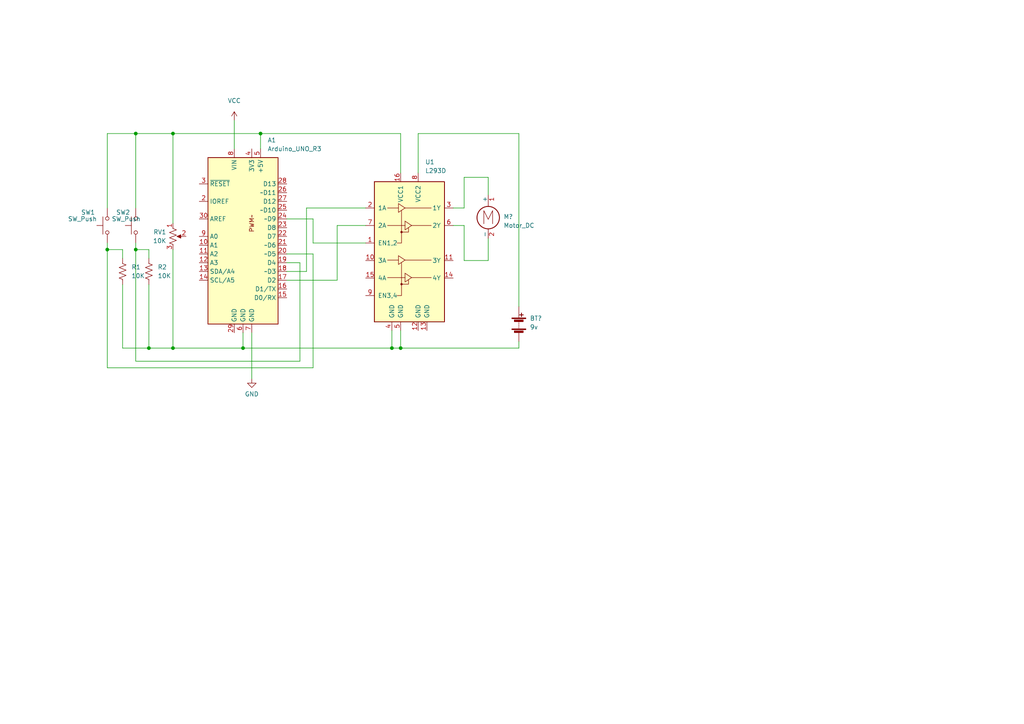
<source format=kicad_sch>
(kicad_sch (version 20211123) (generator eeschema)
  (paper "A4")
  (lib_symbols
    (symbol "Arduino:Arduino_UNO_R3"
      (property "Reference" "A" (at -10.16 23.495 0))
      (property "Value" "Arduino_UNO_R3" (at 5.08 -26.67 0))
      (symbol "Arduino_UNO_R3_0_0"
        (text "PWM~" (at 2.54 3.81 900) (effects (font (size 1.27 1.27))))
      )
      (symbol "Arduino_UNO_R3_0_1"
        (rectangle (start -10.16 22.86) (end 10.16 -25.4) (stroke (width 0.254)) (fill (type background)))
      )
      (symbol "Arduino_UNO_R3_1_1"
        (pin bidirectional line (at -12.7 -2.54 0) (length 2.54) (name "A1") (number "10"))
        (pin bidirectional line (at -12.7 -5.08 0) (length 2.54) (name "A2") (number "11"))
        (pin bidirectional line (at -12.7 -7.62 0) (length 2.54) (name "A3") (number "12"))
        (pin bidirectional line (at -12.7 -10.16 0) (length 2.54) (name "SDA/A4") (number "13"))
        (pin bidirectional line (at -12.7 -12.7 0) (length 2.54) (name "SCL/A5") (number "14"))
        (pin bidirectional line (at 12.7 -17.78 180) (length 2.54) (name "D0/RX") (number "15"))
        (pin bidirectional line (at 12.7 -15.24 180) (length 2.54) (name "D1/TX") (number "16"))
        (pin bidirectional line (at 12.7 -12.7 180) (length 2.54) (name "D2") (number "17"))
        (pin bidirectional line (at 12.7 -10.16 180) (length 2.54) (name "~D3") (number "18"))
        (pin bidirectional line (at 12.7 -7.62 180) (length 2.54) (name "D4") (number "19"))
        (pin output line (at -12.7 10.16 0) (length 2.54) (name "IOREF") (number "2"))
        (pin bidirectional line (at 12.7 -5.08 180) (length 2.54) (name "~D5") (number "20"))
        (pin bidirectional line (at 12.7 -2.54 180) (length 2.54) (name "~D6") (number "21"))
        (pin bidirectional line (at 12.7 0 180) (length 2.54) (name "D7") (number "22"))
        (pin bidirectional line (at 12.7 2.54 180) (length 2.54) (name "D8") (number "23"))
        (pin bidirectional line (at 12.7 5.08 180) (length 2.54) (name "~D9") (number "24"))
        (pin bidirectional line (at 12.7 7.62 180) (length 2.54) (name "~D10") (number "25"))
        (pin bidirectional line (at 12.7 12.7 180) (length 2.54) (name "~D11") (number "26"))
        (pin bidirectional line (at 12.7 10.16 180) (length 2.54) (name "D12") (number "27"))
        (pin bidirectional line (at 12.7 15.24 180) (length 2.54) (name "D13") (number "28"))
        (pin power_in line (at -2.54 -27.94 90) (length 2.54) (name "GND") (number "29"))
        (pin input line (at -12.7 15.24 0) (length 2.54) (name "~{RESET}") (number "3"))
        (pin input line (at -12.7 5.08 0) (length 2.54) (name "AREF") (number "30"))
        (pin power_out line (at 2.54 25.4 270) (length 2.54) (name "3V3") (number "4"))
        (pin power_out line (at 5.08 25.4 270) (length 2.54) (name "+5V") (number "5"))
        (pin power_in line (at 0 -27.94 90) (length 2.54) (name "GND") (number "6"))
        (pin power_in line (at 2.54 -27.94 90) (length 2.54) (name "GND") (number "7"))
        (pin power_in line (at -2.54 25.4 270) (length 2.54) (name "VIN") (number "8"))
        (pin bidirectional line (at -12.7 0 0) (length 2.54) (name "A0") (number "9"))
      )
    )
    (symbol "Device:Battery" (pin_numbers hide) (pin_names (offset 0) hide)
      (property "Reference" "BT" (at 2.54 2.54 0))
      (property "Value" "Battery" (at 2.54 0 0))
      (symbol "Battery_0_1"
        (rectangle (start -2.032 -1.397) (end 2.032 -1.651) (fill (type outline)))
        (rectangle (start -2.032 1.778) (end 2.032 1.524) (fill (type outline)))
        (rectangle (start -1.3208 -1.9812) (end 1.27 -2.4892) (fill (type outline)))
        (rectangle (start -1.3208 1.1938) (end 1.27 0.6858) (fill (type outline)))
        (polyline (pts (xy 0 -1.524) (xy 0 -1.27)))
        (polyline (pts (xy 0 -1.016) (xy 0 -0.762)))
        (polyline (pts (xy 0 -0.508) (xy 0 -0.254)))
        (polyline (pts (xy 0 0) (xy 0 0.254)))
        (polyline (pts (xy 0 0.508) (xy 0 0.762)))
        (polyline (pts (xy 0 1.778) (xy 0 2.54)))
        (polyline (pts (xy 0.254 2.667) (xy 1.27 2.667)) (stroke (width 0.254)))
        (polyline (pts (xy 0.762 3.175) (xy 0.762 2.159)) (stroke (width 0.254)))
      )
      (symbol "Battery_1_1"
        (pin passive line (at 0 5.08 270) (length 2.54) (name "+") (number "1"))
        (pin passive line (at 0 -5.08 90) (length 2.54) (name "-") (number "2"))
      )
    )
    (symbol "Device:R_Potentiometer_US" (pin_names (offset 1.016) hide)
      (property "Reference" "RV" (at -4.445 0 90))
      (property "Value" "R_Potentiometer_US" (at -2.54 0 90))
      (symbol "R_Potentiometer_US_0_1"
        (polyline (pts (xy 0 -2.286) (xy 0 -2.54)))
        (polyline (pts (xy 0 2.54) (xy 0 2.286)))
        (polyline (pts (xy 2.54 0) (xy 1.524 0)))
        (polyline (pts (xy 1.143 0) (xy 2.286 0.508) (xy 2.286 -0.508) (xy 1.143 0)) (fill (type outline)))
        (polyline (pts (xy 0 -0.762) (xy 1.016 -1.143) (xy 0 -1.524) (xy -1.016 -1.905) (xy 0 -2.286)))
        (polyline (pts (xy 0 0.762) (xy 1.016 0.381) (xy 0 0) (xy -1.016 -0.381) (xy 0 -0.762)))
        (polyline (pts (xy 0 2.286) (xy 1.016 1.905) (xy 0 1.524) (xy -1.016 1.143) (xy 0 0.762)))
      )
      (symbol "R_Potentiometer_US_1_1"
        (pin passive line (at 0 3.81 270) (length 1.27) (name "1") (number "1"))
        (pin passive line (at 3.81 0 180) (length 1.27) (name "2") (number "2"))
        (pin passive line (at 0 -3.81 90) (length 1.27) (name "3") (number "3"))
      )
    )
    (symbol "Device:R_US" (pin_numbers hide) (pin_names (offset 0))
      (property "Reference" "R" (at 2.54 0 90))
      (property "Value" "R_US" (at -2.54 0 90))
      (symbol "R_US_0_1"
        (polyline (pts (xy 0 -2.286) (xy 0 -2.54)))
        (polyline (pts (xy 0 2.286) (xy 0 2.54)))
        (polyline (pts (xy 0 -0.762) (xy 1.016 -1.143) (xy 0 -1.524) (xy -1.016 -1.905) (xy 0 -2.286)))
        (polyline (pts (xy 0 0.762) (xy 1.016 0.381) (xy 0 0) (xy -1.016 -0.381) (xy 0 -0.762)))
        (polyline (pts (xy 0 2.286) (xy 1.016 1.905) (xy 0 1.524) (xy -1.016 1.143) (xy 0 0.762)))
      )
      (symbol "R_US_1_1"
        (pin passive line (at 0 3.81 270) (length 1.27) (name "~") (number "1"))
        (pin passive line (at 0 -3.81 90) (length 1.27) (name "~") (number "2"))
      )
    )
    (symbol "Driver_Motor:L293D" (pin_names (offset 1.016))
      (property "Reference" "U" (at -5.08 26.035 0))
      (property "Value" "L293D" (at -5.08 24.13 0))
      (symbol "L293D_0_1"
        (rectangle (start -10.16 22.86) (end 10.16 -17.78) (stroke (width 0.254)) (fill (type background)))
        (circle (center -2.286 -6.858) (radius 0.254) (fill (type outline)))
        (circle (center -2.286 8.255) (radius 0.254) (fill (type outline)))
        (polyline (pts (xy -6.35 -4.953) (xy -1.27 -4.953)))
        (polyline (pts (xy -6.35 0.127) (xy -3.175 0.127)))
        (polyline (pts (xy -6.35 10.16) (xy -1.27 10.16)))
        (polyline (pts (xy -6.35 15.24) (xy -3.175 15.24)))
        (polyline (pts (xy -1.27 0.127) (xy 6.35 0.127)))
        (polyline (pts (xy -1.27 15.24) (xy 6.35 15.24)))
        (polyline (pts (xy 0.635 -4.953) (xy 6.35 -4.953)))
        (polyline (pts (xy 0.635 10.16) (xy 6.35 10.16)))
        (polyline (pts (xy -2.286 -6.858) (xy -0.254 -6.858) (xy -0.254 -5.588)))
        (polyline (pts (xy -2.286 -0.635) (xy -2.286 -10.16) (xy -3.556 -10.16)))
        (polyline (pts (xy -2.286 8.255) (xy -0.254 8.255) (xy -0.254 9.525)))
        (polyline (pts (xy -2.286 14.478) (xy -2.286 5.08) (xy -3.556 5.08)))
        (polyline (pts (xy -3.175 1.397) (xy -3.175 -1.143) (xy -1.27 0.127) (xy -3.175 1.397)))
        (polyline (pts (xy -3.175 16.51) (xy -3.175 13.97) (xy -1.27 15.24) (xy -3.175 16.51)))
        (polyline (pts (xy -1.27 -3.683) (xy -1.27 -6.223) (xy 0.635 -4.953) (xy -1.27 -3.683)))
        (polyline (pts (xy -1.27 11.43) (xy -1.27 8.89) (xy 0.635 10.16) (xy -1.27 11.43)))
      )
      (symbol "L293D_1_1"
        (pin input line (at -12.7 5.08 0) (length 2.54) (name "EN1,2") (number "1"))
        (pin input line (at -12.7 0 0) (length 2.54) (name "3A") (number "10"))
        (pin output line (at 12.7 0 180) (length 2.54) (name "3Y") (number "11"))
        (pin power_in line (at 2.54 -20.32 90) (length 2.54) (name "GND") (number "12"))
        (pin power_in line (at 5.08 -20.32 90) (length 2.54) (name "GND") (number "13"))
        (pin output line (at 12.7 -5.08 180) (length 2.54) (name "4Y") (number "14"))
        (pin input line (at -12.7 -5.08 0) (length 2.54) (name "4A") (number "15"))
        (pin power_in line (at -2.54 25.4 270) (length 2.54) (name "VCC1") (number "16"))
        (pin input line (at -12.7 15.24 0) (length 2.54) (name "1A") (number "2"))
        (pin output line (at 12.7 15.24 180) (length 2.54) (name "1Y") (number "3"))
        (pin power_in line (at -5.08 -20.32 90) (length 2.54) (name "GND") (number "4"))
        (pin power_in line (at -2.54 -20.32 90) (length 2.54) (name "GND") (number "5"))
        (pin output line (at 12.7 10.16 180) (length 2.54) (name "2Y") (number "6"))
        (pin input line (at -12.7 10.16 0) (length 2.54) (name "2A") (number "7"))
        (pin power_in line (at 2.54 25.4 270) (length 2.54) (name "VCC2") (number "8"))
        (pin input line (at -12.7 -10.16 0) (length 2.54) (name "EN3,4") (number "9"))
      )
    )
    (symbol "Motor:Motor_DC" (pin_names (offset 0))
      (property "Reference" "M" (at 2.54 2.54 0))
      (property "Value" "Motor_DC" (at 2.54 -5.08 0))
      (symbol "Motor_DC_0_0"
        (polyline (pts (xy -1.27 -3.302) (xy -1.27 0.508) (xy 0 -2.032) (xy 1.27 0.508) (xy 1.27 -3.302)))
      )
      (symbol "Motor_DC_0_1"
        (circle (center 0 -1.524) (radius 3.2512) (stroke (width 0.254)))
        (polyline (pts (xy 0 -7.62) (xy 0 -7.112)))
        (polyline (pts (xy 0 -4.7752) (xy 0 -5.1816)))
        (polyline (pts (xy 0 1.7272) (xy 0 2.0828)))
        (polyline (pts (xy 0 2.032) (xy 0 2.54)))
      )
      (symbol "Motor_DC_1_1"
        (pin passive line (at 0 5.08 270) (length 2.54) (name "+") (number "1"))
        (pin passive line (at 0 -7.62 90) (length 2.54) (name "-") (number "2"))
      )
    )
    (symbol "Switch:SW_Push" (pin_numbers hide) (pin_names (offset 1.016) hide)
      (property "Reference" "SW" (at 1.27 2.54 0))
      (property "Value" "SW_Push" (at 0 -1.524 0))
      (symbol "SW_Push_0_1"
        (circle (center -2.032 0) (radius 0.508))
        (polyline (pts (xy 0 1.27) (xy 0 3.048)))
        (polyline (pts (xy 2.54 1.27) (xy -2.54 1.27)))
        (circle (center 2.032 0) (radius 0.508))
        (pin passive line (at -5.08 0 0) (length 2.54) (name "1") (number "1"))
        (pin passive line (at 5.08 0 180) (length 2.54) (name "2") (number "2"))
      )
    )
    (symbol "power:GND" (power) (pin_names (offset 0))
      (property "Value" "GND" (at 0 -3.81 0))
      (symbol "GND_0_1"
        (polyline (pts (xy 0 0) (xy 0 -1.27) (xy 1.27 -1.27) (xy 0 -2.54) (xy -1.27 -1.27) (xy 0 -1.27)))
      )
      (symbol "GND_1_1"
        (pin power_in line (at 0 0 270) (length 0) hide (name "GND") (number "1"))
      )
    )
    (symbol "power:VCC" (power) (pin_names (offset 0))
      (property "Value" "VCC" (at 0 3.81 0))
      (symbol "VCC_0_1"
        (polyline (pts (xy -0.762 1.27) (xy 0 2.54)))
        (polyline (pts (xy 0 0) (xy 0 2.54)))
        (polyline (pts (xy 0 2.54) (xy 0.762 1.27)))
      )
      (symbol "VCC_1_1"
        (pin power_in line (at 0 0 90) (length 0) hide (name "VCC") (number "1"))
      )
    )
  )
  (junction (at 50.165 100.965))
  (junction (at 70.485 100.965))
  (junction (at 116.205 100.965))
  (junction (at 39.37 72.39))
  (junction (at 75.565 38.735))
  (junction (at 31.115 72.39))
  (junction (at 39.37 38.735))
  (junction (at 43.18 100.965))
  (junction (at 50.165 38.735))
  (junction (at 113.665 100.965))
  (wire (pts (xy 39.37 38.735) (xy 39.37 60.325)))
  (wire (pts (xy 73.025 96.52) (xy 73.025 109.855)))
  (wire (pts (xy 88.9 60.325) (xy 88.9 78.74)))
  (wire (pts (xy 116.205 38.735) (xy 116.205 50.165)))
  (wire (pts (xy 70.485 100.965) (xy 113.665 100.965)))
  (wire (pts (xy 86.995 76.2) (xy 86.995 104.775)))
  (wire (pts (xy 31.115 72.39) (xy 31.115 70.485)))
  (wire (pts (xy 31.115 38.735) (xy 39.37 38.735)))
  (wire (pts (xy 43.18 74.93) (xy 43.18 72.39)))
  (wire (pts (xy 50.165 38.735) (xy 75.565 38.735)))
  (wire (pts (xy 43.18 72.39) (xy 39.37 72.39)))
  (wire (pts (xy 113.665 95.885) (xy 113.665 100.965)))
  (wire (pts (xy 90.805 106.68) (xy 31.115 106.68)))
  (wire (pts (xy 50.165 72.39) (xy 50.165 100.965)))
  (wire (pts (xy 39.37 104.775) (xy 39.37 72.39)))
  (wire (pts (xy 131.445 60.325) (xy 134.62 60.325)))
  (wire (pts (xy 131.445 65.405) (xy 134.62 65.405)))
  (wire (pts (xy 39.37 72.39) (xy 39.37 70.485)))
  (wire (pts (xy 106.045 60.325) (xy 88.9 60.325)))
  (wire (pts (xy 141.605 75.565) (xy 141.605 69.215)))
  (wire (pts (xy 86.995 104.775) (xy 39.37 104.775)))
  (wire (pts (xy 106.045 70.485) (xy 90.805 70.485)))
  (wire (pts (xy 43.18 100.965) (xy 50.165 100.965)))
  (wire (pts (xy 50.165 100.965) (xy 70.485 100.965)))
  (wire (pts (xy 113.665 100.965) (xy 116.205 100.965)))
  (wire (pts (xy 116.205 95.885) (xy 116.205 100.965)))
  (wire (pts (xy 90.805 73.66) (xy 90.805 106.68)))
  (wire (pts (xy 90.805 70.485) (xy 90.805 63.5)))
  (wire (pts (xy 50.165 64.77) (xy 50.165 38.735)))
  (wire (pts (xy 141.605 51.435) (xy 141.605 56.515)))
  (wire (pts (xy 134.62 65.405) (xy 134.62 75.565)))
  (wire (pts (xy 150.495 100.965) (xy 150.495 99.06)))
  (wire (pts (xy 97.79 65.405) (xy 106.045 65.405)))
  (wire (pts (xy 150.495 38.735) (xy 150.495 88.9)))
  (wire (pts (xy 134.62 51.435) (xy 141.605 51.435)))
  (wire (pts (xy 121.285 38.735) (xy 150.495 38.735)))
  (wire (pts (xy 75.565 38.735) (xy 116.205 38.735)))
  (wire (pts (xy 35.56 74.93) (xy 35.56 72.39)))
  (wire (pts (xy 121.285 50.165) (xy 121.285 38.735)))
  (wire (pts (xy 67.945 34.925) (xy 67.945 43.18)))
  (wire (pts (xy 35.56 82.55) (xy 35.56 100.965)))
  (wire (pts (xy 83.185 76.2) (xy 86.995 76.2)))
  (wire (pts (xy 31.115 60.325) (xy 31.115 38.735)))
  (wire (pts (xy 88.9 78.74) (xy 83.185 78.74)))
  (wire (pts (xy 39.37 38.735) (xy 50.165 38.735)))
  (wire (pts (xy 70.485 100.965) (xy 70.485 96.52)))
  (wire (pts (xy 35.56 100.965) (xy 43.18 100.965)))
  (wire (pts (xy 31.115 72.39) (xy 35.56 72.39)))
  (wire (pts (xy 134.62 75.565) (xy 141.605 75.565)))
  (wire (pts (xy 83.185 81.28) (xy 97.79 81.28)))
  (wire (pts (xy 90.805 63.5) (xy 83.185 63.5)))
  (wire (pts (xy 83.185 73.66) (xy 90.805 73.66)))
  (wire (pts (xy 31.115 106.68) (xy 31.115 72.39)))
  (wire (pts (xy 75.565 38.735) (xy 75.565 43.18)))
  (wire (pts (xy 43.18 82.55) (xy 43.18 100.965)))
  (wire (pts (xy 116.205 100.965) (xy 150.495 100.965)))
  (wire (pts (xy 134.62 60.325) (xy 134.62 51.435)))
  (wire (pts (xy 97.79 81.28) (xy 97.79 65.405)))
  (symbol (lib_id "Switch:SW_Push") (at 31.115 65.405 90) (unit 1)
    (property "Reference" "SW1" (at 23.495 61.595 90) (effects (justify right)))
    (property "Value" "SW_Push" (at 19.685 63.5 90) (effects (justify right)))
  )
  (symbol (lib_id "Device:R_US") (at 43.18 78.74 0) (unit 1)
    (property "Reference" "R2" (at 45.72 77.4699 0) (effects (justify left)))
    (property "Value" "10K" (at 45.72 80.0099 0) (effects (justify left)))
  )
  (symbol (lib_id "Motor:Motor_DC") (at 141.605 61.595 0) (unit 1)
    (property "Reference" "M?" (at 146.05 62.8649 0) (effects (justify left)))
    (property "Value" "Motor_DC" (at 146.05 65.4049 0) (effects (justify left)))
  )
  (symbol (lib_id "power:GND") (at 73.025 109.855 0) (unit 1)
    (property "Reference" "#PWR?" (effects hide))
    (property "Value" "GND" (at 73.025 114.3 0))
  )
  (symbol (lib_id "Device:R_Potentiometer_US") (at 50.165 68.58 0) (unit 1)
    (property "Reference" "RV1" (at 48.26 67.3099 0) (effects (justify right)))
    (property "Value" "10K" (at 48.26 69.85 0) (effects (justify right)))
  )
  (symbol (lib_id "Arduino:Arduino_UNO_R3") (at 70.485 68.58 0) (unit 1)
    (property "Reference" "A1" (at 77.5844 40.64 0) (effects (justify left)))
    (property "Value" "Arduino_UNO_R3" (at 77.5844 43.18 0) (effects (justify left)))
    (property "Footprint" "Module:Arduino_UNO_R3" (effects hide))
    (property "Datasheet" "https://www.arduino.cc/en/Main/arduinoBoardUno" (effects hide))
  )
  (symbol (lib_id "Device:R_US") (at 35.56 78.74 0) (unit 1)
    (property "Reference" "R1" (at 38.1 77.4699 0) (effects (justify left)))
    (property "Value" "10K" (at 38.1 80.0099 0) (effects (justify left)))
  )
  (symbol (lib_id "Device:Battery") (at 150.495 93.98 0) (unit 1)
    (property "Reference" "BT?" (at 153.67 92.3289 0) (effects (justify left)))
    (property "Value" "9v" (at 153.67 94.8689 0) (effects (justify left)))
  )
  (symbol (lib_id "Driver_Motor:L293D") (at 118.745 75.565 0) (unit 1)
    (property "Reference" "U1" (at 123.3044 46.99 0) (effects (justify left)))
    (property "Value" "L293D" (at 123.3044 49.53 0) (effects (justify left)))
    (property "Footprint" "Package_DIP:DIP-16_W7.62mm" (effects hide))
    (property "Datasheet" "http://www.ti.com/lit/ds/symlink/l293.pdf" (effects hide))
  )
  (symbol (lib_id "Switch:SW_Push") (at 39.37 65.405 90) (unit 1)
    (property "Reference" "SW2" (at 33.655 61.595 90) (effects (justify right)))
    (property "Value" "SW_Push" (at 32.385 63.5 90) (effects (justify right)))
  )
  (symbol (lib_id "power:VCC") (at 67.945 34.925 0) (unit 1)
    (property "Reference" "#PWR?" (effects hide))
    (property "Value" "VCC" (at 67.945 29.21 0))
  )
)
</source>
